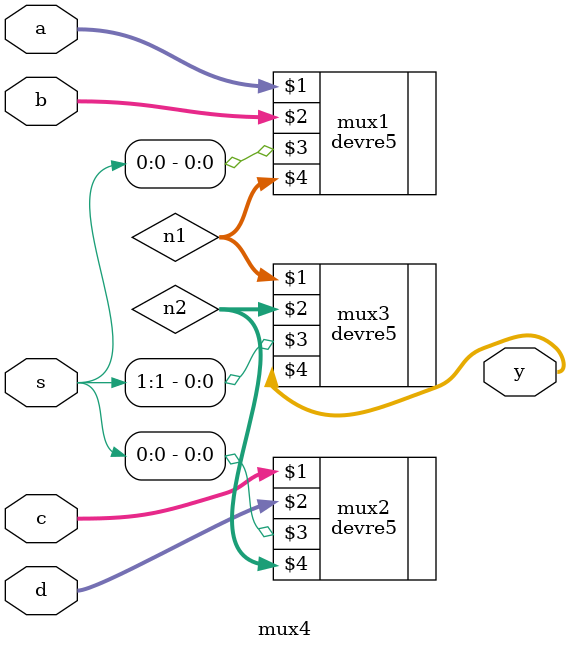
<source format=sv>
module mux4(	
	input logic  [7:0] a,b,c,d,
	input logic  [1:0]s,
	output logic [7:0] y 
 );
	logic [7:0] n1,n2;
	devre5 mux1(a,b,s[0],n1);
	devre5 mux2(c,d,s[0],n2);
	devre5 mux3(n1,n2,s[1],y);	
endmodule
</source>
